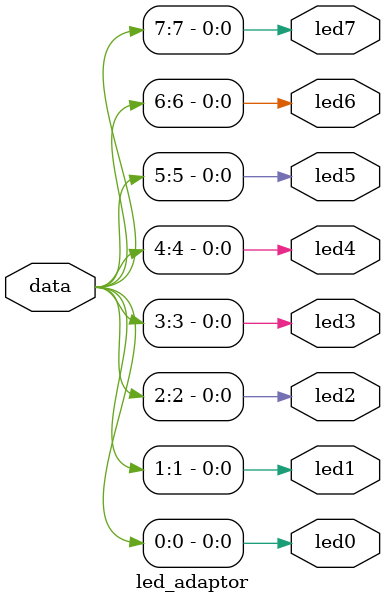
<source format=sv>
/*
   author: jc21g13
   last revision: 01 Mar' 15
*/

module led_adaptor(input logic[7:0] data, output logic led0,led1,led2,led3,led4,led5,led6,led7);

always_comb
	begin
		led0 = data[0];
		led1 = data[1];
		led2 = data[2];
		led3 = data[3];
		led4 = data[4];
		led5 = data[5];
		led6 = data[6];
		led7 = data[7];
	end
endmodule
</source>
